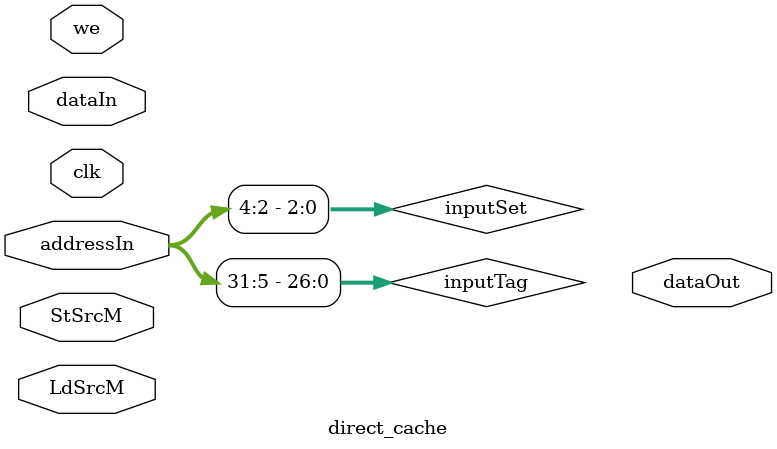
<source format=sv>
module direct_cache #(
    parameter Tag_Width = 27,
    parameter Set_Width = 3,
    parameter Data_Width = 32
) (
    input logic clk, 
    input logic [Data_Width-1:0] addressIn,
    input logic [Data_Width-1:0] dataIn,
    input logic we,
    input logic StSrcM,
    input logic LdSrcM,
    output logic [Data_Width-1:0] dataOut,
);

    // cache 
    logic valid [2**Set_Width-1:0];
    logic [Tag_Width-1:0] tag [2**Set_Width-1:0];
    logic [Data_Width-1:0] data [2**Set_Width-1:0];
    logic [Data_Width-1:0] selectedData;
    logic hit; 

    // input 
    logic [Tag_Width-1:0] inputTag;
    logic [Set_Width-1:0] inputSet;
    assign inputTag = addressIn[31:5];
    assign inputSet = addressIn[4:2];

    // hit 
    always_comb begin
        hit = 1'b0;
        if ((tag[inputSet] == inputTag) && (valid[inputSet])) begin
            hit = 1'b1;
        end
    end

    // write


endmodule
</source>
